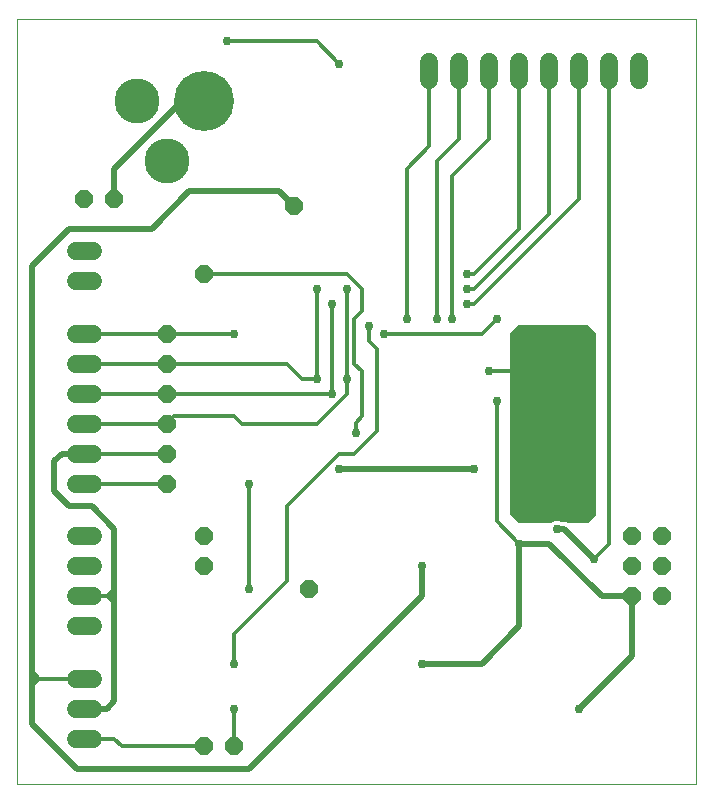
<source format=gbl>
G04 EAGLE Gerber RS-274X export*
G75*
%MOMM*%
%FSLAX34Y34*%
%LPD*%
%INBottom Layer*%
%IPPOS*%
%AMOC8*
5,1,8,0,0,1.08239X$1,22.5*%
G01*
%ADD10C,0.000000*%
%ADD11P,1.649562X8X22.500000*%
%ADD12P,1.649562X8X112.500000*%
%ADD13C,3.810000*%
%ADD14C,5.080000*%
%ADD15C,1.508000*%
%ADD16C,0.304800*%
%ADD17C,0.508000*%
%ADD18C,0.756400*%

G36*
X451861Y220741D02*
X451861Y220741D01*
X451987Y220748D01*
X452034Y220761D01*
X452082Y220767D01*
X452201Y220809D01*
X452322Y220844D01*
X452364Y220868D01*
X452410Y220884D01*
X452516Y220953D01*
X452627Y221014D01*
X452673Y221054D01*
X452703Y221073D01*
X452736Y221108D01*
X452813Y221173D01*
X453331Y221691D01*
X455841Y222731D01*
X458559Y222731D01*
X461277Y221605D01*
X461279Y221604D01*
X461281Y221603D01*
X461443Y221557D01*
X461612Y221509D01*
X461614Y221509D01*
X461616Y221508D01*
X461860Y221489D01*
X464662Y221489D01*
X466221Y220843D01*
X466223Y220842D01*
X466225Y220841D01*
X466390Y220795D01*
X466556Y220747D01*
X466559Y220747D01*
X466560Y220746D01*
X466804Y220727D01*
X482600Y220727D01*
X482726Y220741D01*
X482852Y220748D01*
X482898Y220761D01*
X482946Y220767D01*
X483065Y220809D01*
X483187Y220844D01*
X483229Y220868D01*
X483274Y220884D01*
X483381Y220953D01*
X483491Y221014D01*
X483537Y221054D01*
X483567Y221073D01*
X483601Y221108D01*
X483677Y221173D01*
X490027Y227523D01*
X490106Y227622D01*
X490190Y227716D01*
X490214Y227758D01*
X490244Y227796D01*
X490298Y227910D01*
X490359Y228021D01*
X490372Y228067D01*
X490393Y228111D01*
X490419Y228234D01*
X490454Y228356D01*
X490459Y228417D01*
X490466Y228452D01*
X490465Y228500D01*
X490473Y228600D01*
X490473Y381000D01*
X490459Y381126D01*
X490452Y381252D01*
X490439Y381298D01*
X490433Y381346D01*
X490391Y381465D01*
X490356Y381587D01*
X490332Y381629D01*
X490316Y381674D01*
X490247Y381781D01*
X490186Y381891D01*
X490146Y381937D01*
X490127Y381967D01*
X490092Y382001D01*
X490027Y382077D01*
X483677Y388427D01*
X483578Y388506D01*
X483484Y388590D01*
X483442Y388614D01*
X483404Y388644D01*
X483290Y388698D01*
X483179Y388759D01*
X483133Y388772D01*
X483089Y388793D01*
X482966Y388819D01*
X482844Y388854D01*
X482783Y388859D01*
X482748Y388866D01*
X482700Y388865D01*
X482600Y388873D01*
X425450Y388873D01*
X425324Y388859D01*
X425198Y388852D01*
X425152Y388839D01*
X425104Y388833D01*
X424985Y388791D01*
X424863Y388756D01*
X424821Y388732D01*
X424776Y388716D01*
X424669Y388647D01*
X424559Y388586D01*
X424513Y388546D01*
X424483Y388527D01*
X424449Y388492D01*
X424373Y388427D01*
X418023Y382077D01*
X417944Y381978D01*
X417860Y381884D01*
X417836Y381842D01*
X417806Y381804D01*
X417752Y381690D01*
X417691Y381579D01*
X417678Y381533D01*
X417657Y381489D01*
X417631Y381366D01*
X417596Y381244D01*
X417592Y381183D01*
X417584Y381148D01*
X417585Y381100D01*
X417577Y381000D01*
X417577Y228600D01*
X417591Y228474D01*
X417598Y228348D01*
X417611Y228302D01*
X417617Y228254D01*
X417659Y228135D01*
X417694Y228013D01*
X417718Y227971D01*
X417734Y227926D01*
X417803Y227819D01*
X417864Y227709D01*
X417904Y227663D01*
X417923Y227633D01*
X417958Y227599D01*
X418023Y227523D01*
X424373Y221173D01*
X424472Y221094D01*
X424566Y221010D01*
X424608Y220986D01*
X424646Y220956D01*
X424760Y220902D01*
X424871Y220841D01*
X424917Y220828D01*
X424961Y220807D01*
X425084Y220781D01*
X425206Y220746D01*
X425267Y220742D01*
X425302Y220734D01*
X425350Y220735D01*
X425450Y220727D01*
X451736Y220727D01*
X451861Y220741D01*
G37*
D10*
X0Y0D02*
X574550Y0D01*
X574550Y647600D01*
X0Y647600D01*
X0Y0D01*
D11*
X158750Y31750D03*
X184150Y31750D03*
D12*
X546100Y158750D03*
X520700Y158750D03*
X546100Y184150D03*
X520700Y184150D03*
X546100Y209550D03*
X520700Y209550D03*
D11*
X127000Y254000D03*
X127000Y381000D03*
X127000Y279400D03*
X127000Y304800D03*
X127000Y330200D03*
X127000Y355600D03*
X158750Y431800D03*
X234950Y488950D03*
X247650Y165100D03*
X57150Y495300D03*
X158750Y209550D03*
X158750Y184150D03*
D13*
X101600Y577850D03*
X127000Y527050D03*
D14*
X158750Y577850D03*
D11*
X82550Y495300D03*
D15*
X64690Y254000D02*
X49610Y254000D01*
X49610Y279400D02*
X64690Y279400D01*
X64690Y304800D02*
X49610Y304800D01*
X49610Y330200D02*
X64690Y330200D01*
X64690Y355600D02*
X49610Y355600D01*
X49610Y381000D02*
X64690Y381000D01*
X64690Y133350D02*
X49610Y133350D01*
X49610Y158750D02*
X64690Y158750D01*
X64690Y184150D02*
X49610Y184150D01*
X49610Y209550D02*
X64690Y209550D01*
X64690Y38100D02*
X49610Y38100D01*
X49610Y63500D02*
X64690Y63500D01*
X64690Y88900D02*
X49610Y88900D01*
X49610Y425450D02*
X64690Y425450D01*
X64690Y450850D02*
X49610Y450850D01*
X527050Y595710D02*
X527050Y610790D01*
X501650Y610790D02*
X501650Y595710D01*
X476250Y595710D02*
X476250Y610790D01*
X450850Y610790D02*
X450850Y595710D01*
X425450Y595710D02*
X425450Y610790D01*
X400050Y610790D02*
X400050Y595710D01*
X374650Y595710D02*
X374650Y610790D01*
X349250Y610790D02*
X349250Y595710D01*
D16*
X127000Y279400D02*
X57150Y279400D01*
D17*
X57150Y63500D02*
X76200Y63500D01*
X82550Y69850D01*
X82550Y152400D01*
X82550Y153670D02*
X82550Y158750D01*
X82550Y153670D02*
X82550Y152400D01*
X82550Y165100D02*
X82550Y215900D01*
X82550Y165100D02*
X82550Y163830D01*
X82550Y161290D01*
X82550Y158750D01*
X63500Y234950D02*
X44450Y234950D01*
X31750Y247650D02*
X31750Y273050D01*
X38100Y279400D01*
X57150Y279400D01*
X63500Y234950D02*
X82550Y215900D01*
X44450Y234950D02*
X31750Y247650D01*
D16*
X57150Y158750D02*
X76200Y158750D01*
X81280Y158750D02*
X82550Y158750D01*
X79375Y155575D02*
X76200Y158750D01*
X79375Y155575D02*
X81280Y153670D01*
X82550Y152400D01*
X81280Y153670D02*
X81280Y156210D01*
X81280Y157480D01*
X81280Y158750D01*
X81280Y157480D02*
X79375Y155575D01*
X82550Y153670D02*
X77470Y158750D01*
X78740Y158750D01*
X79375Y158115D01*
X81280Y156210D01*
X80645Y158750D02*
X78740Y158750D01*
X77470Y158750D02*
X76200Y158750D01*
X77470Y158750D02*
X79375Y160655D01*
X80010Y161290D02*
X82550Y163830D01*
X80010Y161290D02*
X79375Y160655D01*
X79375Y160020D01*
X79375Y158115D01*
X80645Y158750D02*
X81280Y158750D01*
X80645Y158750D02*
X79375Y160020D01*
X80010Y161290D02*
X82550Y158750D01*
X82550Y161290D02*
X80010Y161290D01*
X76200Y158750D02*
X82550Y165100D01*
D18*
X425450Y374650D03*
X425450Y203200D03*
D17*
X425450Y133350D01*
X393700Y101600D01*
X342900Y101600D01*
D18*
X342900Y101600D03*
D17*
X495300Y158750D02*
X520700Y158750D01*
X495300Y158750D02*
X450850Y203200D01*
X425450Y203200D01*
D18*
X425450Y234950D03*
X400050Y349250D03*
X406400Y323850D03*
D16*
X406400Y222250D01*
X425450Y203200D01*
X419100Y349250D02*
X400050Y349250D01*
D18*
X476250Y63500D03*
D17*
X520700Y107950D01*
X520700Y158750D01*
D18*
X196850Y165100D03*
X196850Y254000D03*
X273050Y266700D03*
X387350Y266700D03*
D16*
X127000Y254000D02*
X57150Y254000D01*
X196850Y254000D02*
X196850Y165100D01*
D17*
X273050Y266700D02*
X387350Y266700D01*
D16*
X488950Y190500D02*
X501650Y203200D01*
X501650Y603250D01*
D17*
X463550Y215900D02*
X488950Y190500D01*
X463550Y215900D02*
X457200Y215900D01*
D18*
X457200Y215900D03*
X488950Y190500D03*
D16*
X57150Y88900D02*
X19050Y88900D01*
X12700Y95250D01*
D17*
X12700Y86360D02*
X12700Y82550D01*
X12700Y50800D01*
X50800Y12700D01*
X196850Y12700D01*
X234950Y488950D02*
X222250Y501650D01*
X146050Y501650D01*
X114300Y469900D01*
X44450Y469900D01*
X12700Y438150D01*
X12700Y95250D01*
D16*
X19050Y88900D02*
X17145Y86995D01*
X16510Y86360D02*
X15240Y85090D01*
X14605Y84455D01*
X12700Y82550D01*
X12700Y93980D02*
X12700Y95250D01*
D17*
X12700Y93980D02*
X12700Y92710D01*
D16*
X12700Y91440D01*
D17*
X12700Y90170D01*
X12700Y88900D01*
X12700Y86360D01*
D16*
X14605Y84455D01*
X15240Y85090D02*
X15240Y86360D01*
X12700Y88900D01*
X15240Y88900D02*
X17145Y86995D01*
X16510Y86360D01*
X12700Y86360D01*
X15240Y88900D02*
X16510Y88900D01*
X13970Y88900D02*
X12700Y88900D01*
X17780Y88900D02*
X19050Y88900D01*
X17780Y88900D02*
X12700Y93980D01*
D17*
X12700Y92710D02*
X16510Y88900D01*
D16*
X15240Y88900D02*
X13970Y88900D01*
X12700Y90170D01*
X16510Y88900D02*
X17780Y88900D01*
X15240Y88900D02*
X12700Y91440D01*
X13970Y88900D02*
X16510Y86360D01*
D17*
X196850Y12700D02*
X342900Y158750D01*
X342900Y184150D01*
D18*
X342900Y184150D03*
X406400Y393700D03*
D16*
X393700Y381000D01*
D18*
X311150Y381000D03*
D16*
X393700Y381000D01*
X127000Y355600D02*
X57150Y355600D01*
D18*
X254000Y342900D03*
D16*
X241300Y342900D01*
X228600Y355600D01*
X127000Y355600D01*
X387350Y431800D02*
X425450Y469900D01*
X387350Y431800D02*
X381000Y431800D01*
X425450Y469900D02*
X425450Y603250D01*
D18*
X254000Y419100D03*
D16*
X254000Y342900D01*
D18*
X381000Y431800D03*
D16*
X127000Y330200D02*
X57150Y330200D01*
D18*
X266700Y330200D03*
D16*
X127000Y330200D01*
X266700Y330200D02*
X266700Y406400D01*
D18*
X266700Y406400D03*
X381000Y406400D03*
D16*
X387350Y406400D01*
X476250Y495300D01*
X476250Y603250D01*
X127000Y304800D02*
X57150Y304800D01*
D18*
X279400Y342900D03*
D16*
X279400Y330200D01*
X254000Y304800D01*
X279400Y342900D02*
X279400Y419100D01*
D18*
X279400Y419100D03*
X381000Y419100D03*
D16*
X387350Y419100D01*
X450850Y482600D02*
X450850Y603250D01*
X450850Y482600D02*
X387350Y419100D01*
X254000Y304800D02*
X190500Y304800D01*
X184150Y311150D01*
X133350Y311150D01*
X127000Y304800D01*
X330200Y520700D02*
X349250Y539750D01*
X349250Y603250D01*
D18*
X330200Y393700D03*
D16*
X330200Y520700D01*
D18*
X286900Y297300D03*
D16*
X286900Y305950D01*
X292100Y311150D01*
X292100Y349250D01*
X285750Y355600D01*
X292100Y419100D02*
X279400Y431800D01*
X292100Y419100D02*
X292100Y400050D01*
X285750Y393700D01*
X285750Y355600D01*
X279400Y431800D02*
X158750Y431800D01*
X158750Y31750D02*
X88900Y31750D01*
X82550Y38100D01*
X57150Y38100D01*
X184150Y31750D02*
X184150Y63500D01*
D18*
X184150Y63500D03*
D16*
X273050Y279400D02*
X285750Y279400D01*
X273050Y279400D02*
X228600Y234950D01*
X228600Y171450D01*
X184150Y127000D01*
X184150Y101600D01*
D18*
X184150Y101600D03*
X298450Y387350D03*
D16*
X298450Y374650D01*
X304800Y368300D01*
X304800Y298450D01*
X285750Y279400D01*
D17*
X82550Y495300D02*
X82550Y520700D01*
X139700Y577850D02*
X158750Y577850D01*
X139700Y577850D02*
X82550Y520700D01*
D18*
X368300Y393700D03*
D16*
X368300Y514350D01*
X400050Y546100D01*
X400050Y603250D01*
X355600Y527050D02*
X355600Y393700D01*
D18*
X355600Y393700D03*
D16*
X355600Y527050D02*
X374650Y546100D01*
X374650Y603250D01*
X127000Y381000D02*
X57150Y381000D01*
D18*
X184150Y381000D03*
D16*
X127000Y381000D01*
D18*
X177800Y628650D03*
D16*
X254000Y628650D01*
X273050Y609600D01*
D18*
X273050Y609600D03*
M02*

</source>
